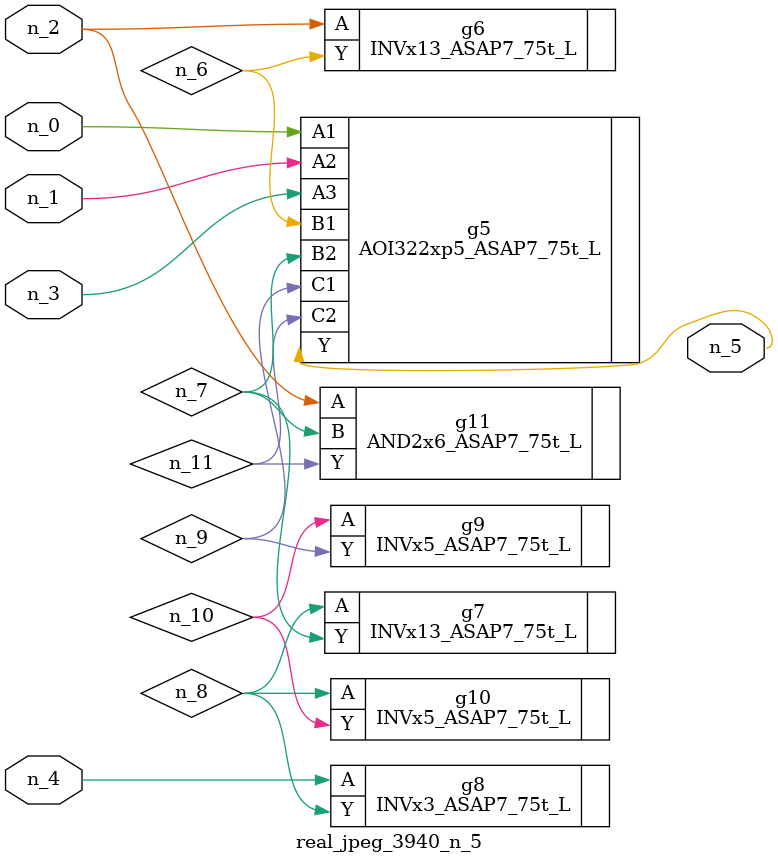
<source format=v>
module real_jpeg_3940_n_5 (n_4, n_0, n_1, n_2, n_3, n_5);

input n_4;
input n_0;
input n_1;
input n_2;
input n_3;

output n_5;

wire n_8;
wire n_11;
wire n_6;
wire n_7;
wire n_10;
wire n_9;

AOI322xp5_ASAP7_75t_L g5 ( 
.A1(n_0),
.A2(n_1),
.A3(n_3),
.B1(n_6),
.B2(n_7),
.C1(n_9),
.C2(n_11),
.Y(n_5)
);

INVx13_ASAP7_75t_L g6 ( 
.A(n_2),
.Y(n_6)
);

AND2x6_ASAP7_75t_L g11 ( 
.A(n_2),
.B(n_7),
.Y(n_11)
);

INVx3_ASAP7_75t_L g8 ( 
.A(n_4),
.Y(n_8)
);

INVx13_ASAP7_75t_L g7 ( 
.A(n_8),
.Y(n_7)
);

INVx5_ASAP7_75t_L g10 ( 
.A(n_8),
.Y(n_10)
);

INVx5_ASAP7_75t_L g9 ( 
.A(n_10),
.Y(n_9)
);


endmodule
</source>
